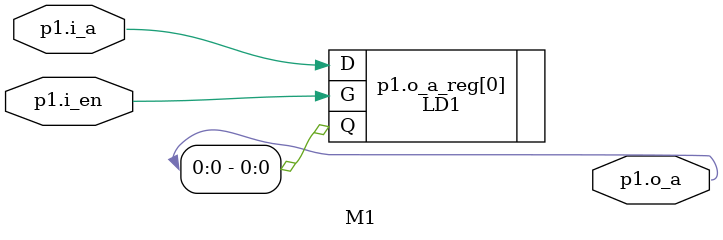
<source format=v>


module M1 ( \p1.o_a , \p1.i_a , \p1.i_en  );
  output [3:0] \p1.o_a ;
  input \p1.i_a , \p1.i_en ;


  LD1 \p1.o_a_reg[0]  ( .G(\p1.i_en ), .D(\p1.i_a ), .Q(\p1.o_a [0]) );
endmodule


</source>
